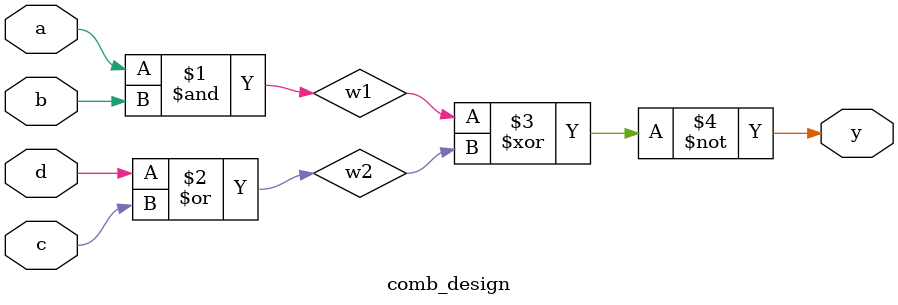
<source format=v>
module comb_design(
	input a, b, c, d,
	output y
);

	wire w1,w2;
	
	and(w1, a, b);
	or(w2, d, c);
	
	//assign y = ~(w1 ^ w2);
	not(y,w1 ^ w2);


endmodule
</source>
